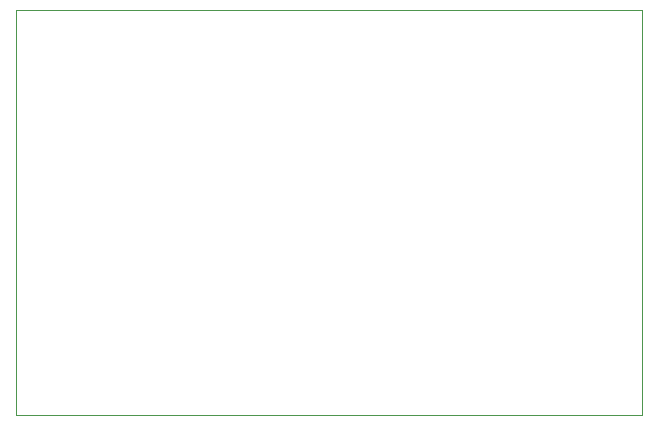
<source format=gko>
G75*
G70*
%OFA0B0*%
%FSLAX24Y24*%
%IPPOS*%
%LPD*%
%AMOC8*
5,1,8,0,0,1.08239X$1,22.5*
%
%ADD10C,0.0000*%
D10*
X000100Y000417D02*
X000100Y013913D01*
X020970Y013913D01*
X020970Y000417D01*
X000100Y000417D01*
M02*

</source>
